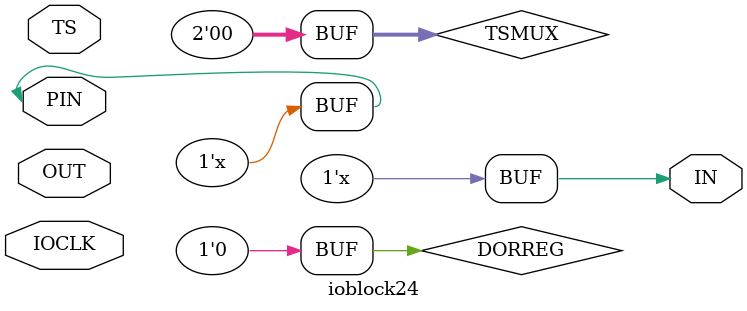
<source format=v>
module ioblock24(
	       inout  PIN,
	       input  TS,
	       input  OUT,
	       output IN,
	       input IOCLK
	       );
   
   reg 		     D;
   reg [2-1:0] 	     TSMUX;
   reg 		     DORREG;

   assign PIN = ( TSMUX == 2'b00 ) ? 1'bz : (( TSMUX == 2'b01 && TS == 1'b1 ) ? OUT : (( TSMUX == 2'b01 && TS == 1'b0 ) ? 1'bz : OUT));
   assign IN  = ( DORREG == 1'b0 ) ? PIN  : D;
   
   initial
     begin
	D=1'b0;
	TSMUX=2'b00;
	DORREG=1'b0;
     end
   
   always @(posedge IOCLK) D=PIN;
   
endmodule       

</source>
